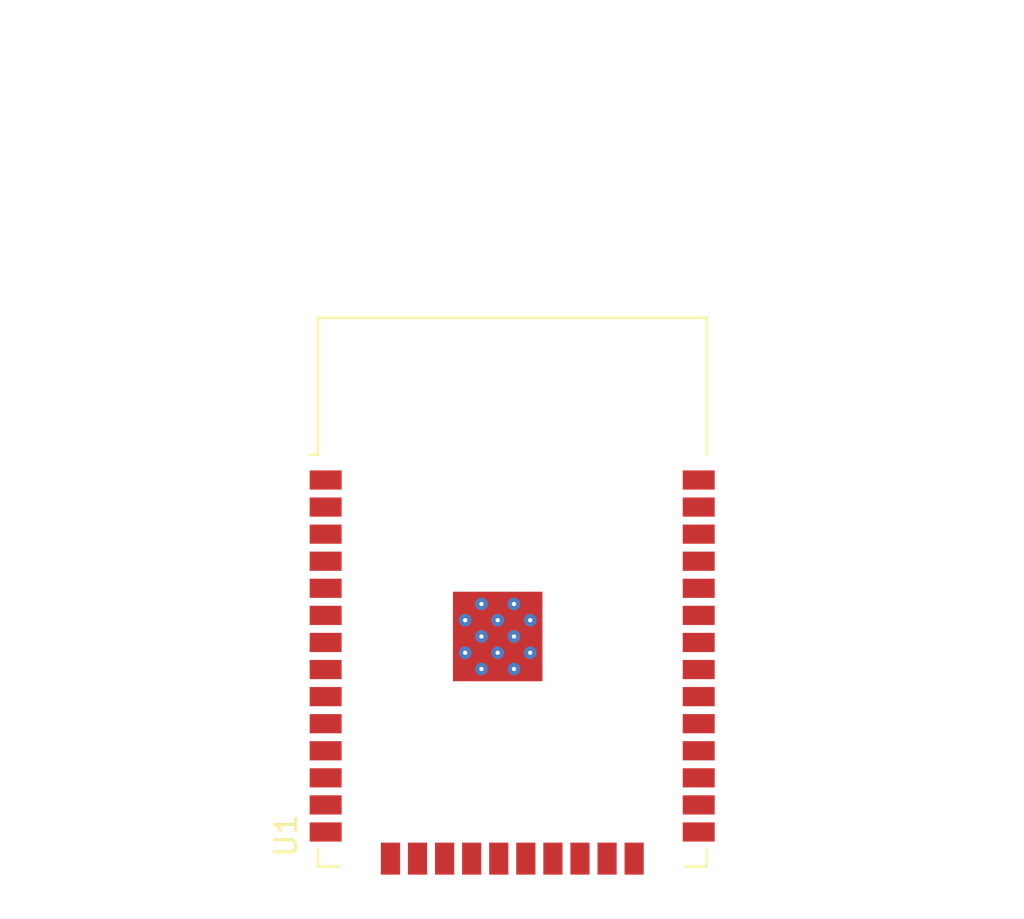
<source format=kicad_pcb>
(kicad_pcb (version 20221018) (generator pcbnew)
  (layers (0 "F.Cu" signal) (31 "B.Cu" signal) (34 "B.Paste" user) (35 "F.Paste" user) (36 "B.SilkS" user "B.Silkscreen") (37 "F.SilkS" user "F.Silkscreen") (38 "B.Mask" user) (39 "F.Mask" user) (44 "Edge.Cuts" user))
  (net 0 "")
  (net 1 "Net-(U1-GND-Pad1)")
  (footprint "RF_Module:ESP32-WROOM-32" (layer "F.Cu") (at 75.07 65.4)
    (fp_text reference "U1" (at -10.61 8.43 90) (layer "F.SilkS"))
    (fp_text value "ESP32-WROOM-32")
    (fp_line (start -9.12 -15.86) (end -9.12 -9.445) (stroke (width 0.12)) (layer "F.SilkS"))
    (fp_line (start -9.12 -15.86) (end 9.12 -15.86) (stroke (width 0.12)) (layer "F.SilkS"))
    (fp_line (start -9.12 -9.445) (end -9.5 -9.445) (stroke (width 0.12)) (layer "F.SilkS"))
    (fp_line (start -9.12 9.1) (end -9.12 9.88) (stroke (width 0.12)) (layer "F.SilkS"))
    (fp_line (start -9.12 9.88) (end -8.12 9.88) (stroke (width 0.12)) (layer "F.SilkS"))
    (fp_line (start 9.12 -15.86) (end 9.12 -9.445) (stroke (width 0.12)) (layer "F.SilkS"))
    (fp_line (start 9.12 9.1) (end 9.12 9.88) (stroke (width 0.12)) (layer "F.SilkS"))
    (fp_line (start 9.12 9.88) (end 8.12 9.88) (stroke (width 0.12)) (layer "F.SilkS"))
    (pad "1" smd rect (at -8.75 -8.25) (size 1.5 0.9) (layers "F.Cu" "F.Paste" "F.Mask") (net 1 "Net-(U1-GND-Pad1)"))
    (pad "2" smd rect (at -8.75 -6.98) (size 1.5 0.9) (layers "F.Cu" "F.Paste" "F.Mask"))
    (pad "3" smd rect (at -8.75 -5.71) (size 1.5 0.9) (layers "F.Cu" "F.Paste" "F.Mask"))
    (pad "4" smd rect (at -8.75 -4.44) (size 1.5 0.9) (layers "F.Cu" "F.Paste" "F.Mask"))
    (pad "5" smd rect (at -8.75 -3.17) (size 1.5 0.9) (layers "F.Cu" "F.Paste" "F.Mask"))
    (pad "6" smd rect (at -8.75 -1.9) (size 1.5 0.9) (layers "F.Cu" "F.Paste" "F.Mask"))
    (pad "7" smd rect (at -8.75 -0.63) (size 1.5 0.9) (layers "F.Cu" "F.Paste" "F.Mask"))
    (pad "8" smd rect (at -8.75 0.64) (size 1.5 0.9) (layers "F.Cu" "F.Paste" "F.Mask"))
    (pad "9" smd rect (at -8.75 1.91) (size 1.5 0.9) (layers "F.Cu" "F.Paste" "F.Mask"))
    (pad "10" smd rect (at -8.75 3.18) (size 1.5 0.9) (layers "F.Cu" "F.Paste" "F.Mask"))
    (pad "11" smd rect (at -8.75 4.45) (size 1.5 0.9) (layers "F.Cu" "F.Paste" "F.Mask"))
    (pad "12" smd rect (at -8.75 5.72) (size 1.5 0.9) (layers "F.Cu" "F.Paste" "F.Mask"))
    (pad "13" smd rect (at -8.75 6.99) (size 1.5 0.9) (layers "F.Cu" "F.Paste" "F.Mask"))
    (pad "14" smd rect (at -8.75 8.26) (size 1.5 0.9) (layers "F.Cu" "F.Paste" "F.Mask"))
    (pad "15" smd rect (at -5.71 9.51 90) (size 1.5 0.9) (layers "F.Cu" "F.Paste" "F.Mask") (net 1 "Net-(U1-GND-Pad1)"))
    (pad "16" smd rect (at -4.44 9.51 90) (size 1.5 0.9) (layers "F.Cu" "F.Paste" "F.Mask"))
    (pad "17" smd rect (at -3.17 9.51 90) (size 1.5 0.9) (layers "F.Cu" "F.Paste" "F.Mask"))
    (pad "18" smd rect (at -1.9 9.51 90) (size 1.5 0.9) (layers "F.Cu" "F.Paste" "F.Mask"))
    (pad "19" smd rect (at -0.63 9.51 90) (size 1.5 0.9) (layers "F.Cu" "F.Paste" "F.Mask"))
    (pad "20" smd rect (at 0.64 9.51 90) (size 1.5 0.9) (layers "F.Cu" "F.Paste" "F.Mask"))
    (pad "21" smd rect (at 1.91 9.51 90) (size 1.5 0.9) (layers "F.Cu" "F.Paste" "F.Mask"))
    (pad "22" smd rect (at 3.18 9.51 90) (size 1.5 0.9) (layers "F.Cu" "F.Paste" "F.Mask"))
    (pad "23" smd rect (at 4.45 9.51 90) (size 1.5 0.9) (layers "F.Cu" "F.Paste" "F.Mask"))
    (pad "24" smd rect (at 5.72 9.51 90) (size 1.5 0.9) (layers "F.Cu" "F.Paste" "F.Mask"))
    (pad "25" smd rect (at 8.75 8.26) (size 1.5 0.9) (layers "F.Cu" "F.Paste" "F.Mask"))
    (pad "26" smd rect (at 8.75 6.99) (size 1.5 0.9) (layers "F.Cu" "F.Paste" "F.Mask"))
    (pad "27" smd rect (at 8.75 5.72) (size 1.5 0.9) (layers "F.Cu" "F.Paste" "F.Mask"))
    (pad "28" smd rect (at 8.75 4.45) (size 1.5 0.9) (layers "F.Cu" "F.Paste" "F.Mask"))
    (pad "29" smd rect (at 8.75 3.18) (size 1.5 0.9) (layers "F.Cu" "F.Paste" "F.Mask"))
    (pad "30" smd rect (at 8.75 1.91) (size 1.5 0.9) (layers "F.Cu" "F.Paste" "F.Mask"))
    (pad "31" smd rect (at 8.75 0.64) (size 1.5 0.9) (layers "F.Cu" "F.Paste" "F.Mask"))
    (pad "32" smd rect (at 8.75 -0.63) (size 1.5 0.9) (layers "F.Cu" "F.Paste" "F.Mask"))
    (pad "33" smd rect (at 8.75 -1.9) (size 1.5 0.9) (layers "F.Cu" "F.Paste" "F.Mask"))
    (pad "34" smd rect (at 8.75 -3.17) (size 1.5 0.9) (layers "F.Cu" "F.Paste" "F.Mask"))
    (pad "35" smd rect (at 8.75 -4.44) (size 1.5 0.9) (layers "F.Cu" "F.Paste" "F.Mask"))
    (pad "36" smd rect (at 8.75 -5.71) (size 1.5 0.9) (layers "F.Cu" "F.Paste" "F.Mask"))
    (pad "37" smd rect (at 8.75 -6.98) (size 1.5 0.9) (layers "F.Cu" "F.Paste" "F.Mask"))
    (pad "38" smd rect (at 8.75 -8.25) (size 1.5 0.9) (layers "F.Cu" "F.Paste" "F.Mask") (net 1 "Net-(U1-GND-Pad1)"))
    (pad "39" smd rect (at -2.205 -2.435) (size 1.05 1.05) (layers "F.Cu" "F.Paste") (net 1 "Net-(U1-GND-Pad1)"))
    (pad "39" thru_hole circle (at -2.205 -1.6725) (size 0.6 0.6) (drill 0.2) (property pad_prop_heatsink) (layers "*.Cu" "F.Mask") (net 1 "Net-(U1-GND-Pad1)"))
    (pad "39" smd rect (at -2.205 -0.91) (size 1.05 1.05) (layers "F.Cu" "F.Paste") (net 1 "Net-(U1-GND-Pad1)"))
    (pad "39" thru_hole circle (at -2.205 -0.1475) (size 0.6 0.6) (drill 0.2) (property pad_prop_heatsink) (layers "*.Cu" "F.Mask") (net 1 "Net-(U1-GND-Pad1)"))
    (pad "39" smd rect (at -2.205 0.615) (size 1.05 1.05) (layers "F.Cu" "F.Paste") (net 1 "Net-(U1-GND-Pad1)"))
    (pad "39" thru_hole circle (at -1.4425 -2.435) (size 0.6 0.6) (drill 0.2) (property pad_prop_heatsink) (layers "*.Cu" "F.Mask") (net 1 "Net-(U1-GND-Pad1)"))
    (pad "39" thru_hole circle (at -1.4425 -0.91) (size 0.6 0.6) (drill 0.2) (property pad_prop_heatsink) (layers "*.Cu" "F.Mask") (net 1 "Net-(U1-GND-Pad1)"))
    (pad "39" thru_hole circle (at -1.4425 0.615) (size 0.6 0.6) (drill 0.2) (property pad_prop_heatsink) (layers "*.Cu" "F.Mask") (net 1 "Net-(U1-GND-Pad1)"))
    (pad "39" smd rect (at -0.68 -2.435) (size 1.05 1.05) (layers "F.Cu" "F.Paste") (net 1 "Net-(U1-GND-Pad1)"))
    (pad "39" thru_hole circle (at -0.68 -1.6725) (size 0.6 0.6) (drill 0.2) (property pad_prop_heatsink) (layers "*.Cu" "F.Mask") (net 1 "Net-(U1-GND-Pad1)"))
    (pad "39" smd rect (at -0.68 -0.91) (size 1.05 1.05) (layers "F.Cu" "F.Paste") (net 1 "Net-(U1-GND-Pad1)"))
    (pad "39" smd rect (at -0.68 -0.91) (size 4.2 4.2) (layers "F.Cu" "F.Mask") (net 1 "Net-(U1-GND-Pad1)"))
    (pad "39" thru_hole circle (at -0.68 -0.1475) (size 0.6 0.6) (drill 0.2) (property pad_prop_heatsink) (layers "*.Cu" "F.Mask") (net 1 "Net-(U1-GND-Pad1)"))
    (pad "39" smd rect (at -0.68 0.615) (size 1.05 1.05) (layers "F.Cu" "F.Paste") (net 1 "Net-(U1-GND-Pad1)"))
    (pad "39" thru_hole circle (at 0.0825 -2.435) (size 0.6 0.6) (drill 0.2) (property pad_prop_heatsink) (layers "*.Cu" "F.Mask") (net 1 "Net-(U1-GND-Pad1)"))
    (pad "39" thru_hole circle (at 0.0825 -0.91) (size 0.6 0.6) (drill 0.2) (property pad_prop_heatsink) (layers "*.Cu" "F.Mask") (net 1 "Net-(U1-GND-Pad1)"))
    (pad "39" thru_hole circle (at 0.0825 0.615) (size 0.6 0.6) (drill 0.2) (property pad_prop_heatsink) (layers "*.Cu" "F.Mask") (net 1 "Net-(U1-GND-Pad1)"))
    (pad "39" smd rect (at 0.845 -2.435) (size 1.05 1.05) (layers "F.Cu" "F.Paste") (net 1 "Net-(U1-GND-Pad1)"))
    (pad "39" thru_hole circle (at 0.845 -1.6725) (size 0.6 0.6) (drill 0.2) (property pad_prop_heatsink) (layers "*.Cu" "F.Mask") (net 1 "Net-(U1-GND-Pad1)"))
    (pad "39" smd rect (at 0.845 -0.91) (size 1.05 1.05) (layers "F.Cu" "F.Paste") (net 1 "Net-(U1-GND-Pad1)"))
    (pad "39" thru_hole circle (at 0.845 -0.1475) (size 0.6 0.6) (drill 0.2) (property pad_prop_heatsink) (layers "*.Cu" "F.Mask") (net 1 "Net-(U1-GND-Pad1)"))
    (pad "39" smd rect (at 0.845 0.615) (size 1.05 1.05) (layers "F.Cu" "F.Paste") (net 1 "Net-(U1-GND-Pad1)"))
  )
)
</source>
